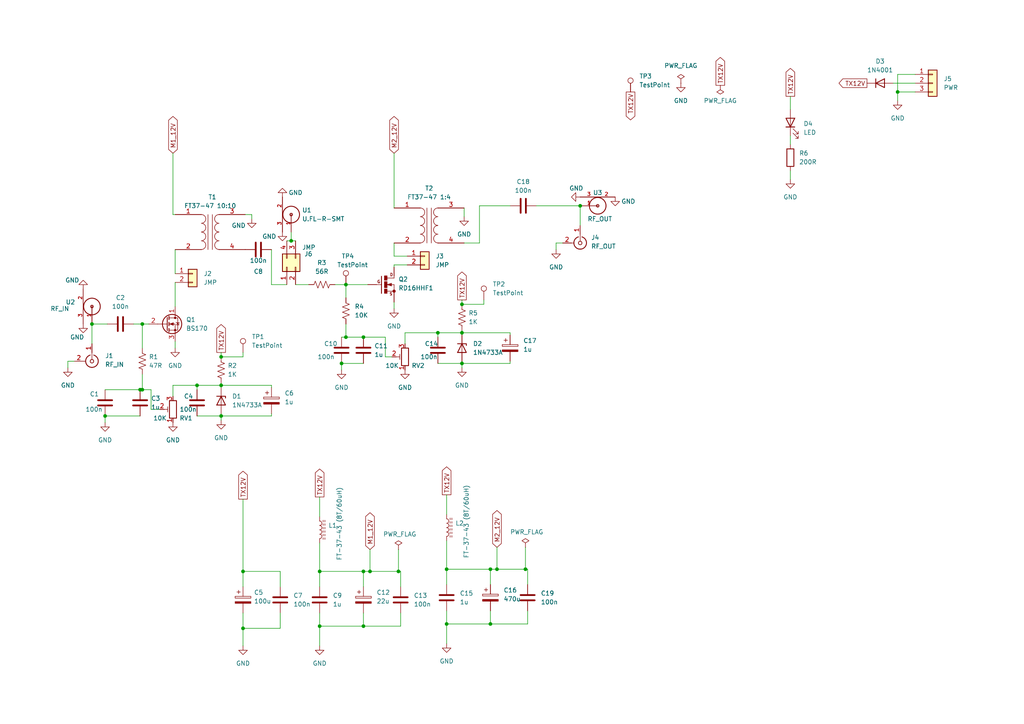
<source format=kicad_sch>
(kicad_sch (version 20211123) (generator eeschema)
  (paper "A4")
  (lib_symbols
    (symbol "Connector:Conn_Coaxial" (pin_names (offset 1.016) hide)
      (property "Reference" "J" (at 0.254 3.048 0))
      (property "Value" "Conn_Coaxial" (at 2.921 0 90))
      (symbol "Conn_Coaxial_0_1"
        (arc (start -1.778 -0.508) (mid 0.2311 -1.8066) (end 1.778 0) (stroke (width 0.254)))
        (polyline (pts (xy -2.54 0) (xy -0.508 0)))
        (polyline (pts (xy 0 -2.54) (xy 0 -1.778)))
        (circle (center 0 0) (radius 0.508) (stroke (width 0.2032)))
        (arc (start 1.778 0) (mid 0.2099 1.8101) (end -1.778 0.508) (stroke (width 0.254)))
      )
      (symbol "Conn_Coaxial_1_1"
        (pin passive line (at -5.08 0 0) (length 2.54) (name "In") (number "1"))
        (pin passive line (at 0 -5.08 90) (length 2.54) (name "Ext") (number "2"))
      )
    )
    (symbol "Connector:TestPoint" (pin_numbers hide) (pin_names (offset 0.762) hide)
      (property "Reference" "TP" (at 0 6.858 0))
      (property "Value" "TestPoint" (at 0 5.08 0))
      (symbol "TestPoint_0_1"
        (circle (center 0 3.302) (radius 0.762))
      )
      (symbol "TestPoint_1_1"
        (pin passive line (at 0 0 90) (length 2.54) (name "1") (number "1"))
      )
    )
    (symbol "Connector_Generic:Conn_01x02" (pin_names (offset 1.016) hide)
      (property "Reference" "J" (at 0 2.54 0))
      (property "Value" "Conn_01x02" (at 0 -5.08 0))
      (symbol "Conn_01x02_1_1"
        (rectangle (start -1.27 -2.413) (end 0 -2.667) (stroke (width 0.1524)))
        (rectangle (start -1.27 0.127) (end 0 -0.127) (stroke (width 0.1524)))
        (rectangle (start -1.27 1.27) (end 1.27 -3.81) (stroke (width 0.254)) (fill (type background)))
        (pin passive line (at -5.08 0 0) (length 3.81) (name "Pin_1") (number "1"))
        (pin passive line (at -5.08 -2.54 0) (length 3.81) (name "Pin_2") (number "2"))
      )
    )
    (symbol "Connector_Generic:Conn_01x03" (pin_names (offset 1.016) hide)
      (property "Reference" "J" (at 0 5.08 0))
      (property "Value" "Conn_01x03" (at 0 -5.08 0))
      (symbol "Conn_01x03_1_1"
        (rectangle (start -1.27 -2.413) (end 0 -2.667) (stroke (width 0.1524)))
        (rectangle (start -1.27 0.127) (end 0 -0.127) (stroke (width 0.1524)))
        (rectangle (start -1.27 2.667) (end 0 2.413) (stroke (width 0.1524)))
        (rectangle (start -1.27 3.81) (end 1.27 -3.81) (stroke (width 0.254)) (fill (type background)))
        (pin passive line (at -5.08 2.54 0) (length 3.81) (name "Pin_1") (number "1"))
        (pin passive line (at -5.08 0 0) (length 3.81) (name "Pin_2") (number "2"))
        (pin passive line (at -5.08 -2.54 0) (length 3.81) (name "Pin_3") (number "3"))
      )
    )
    (symbol "Connector_Generic:Conn_02x02_Counter_Clockwise" (pin_names (offset 1.016) hide)
      (property "Reference" "J" (at 1.27 2.54 0))
      (property "Value" "Conn_02x02_Counter_Clockwise" (at 1.27 -5.08 0))
      (symbol "Conn_02x02_Counter_Clockwise_1_1"
        (rectangle (start -1.27 -2.413) (end 0 -2.667) (stroke (width 0.1524)))
        (rectangle (start -1.27 0.127) (end 0 -0.127) (stroke (width 0.1524)))
        (rectangle (start -1.27 1.27) (end 3.81 -3.81) (stroke (width 0.254)) (fill (type background)))
        (rectangle (start 3.81 -2.413) (end 2.54 -2.667) (stroke (width 0.1524)))
        (rectangle (start 3.81 0.127) (end 2.54 -0.127) (stroke (width 0.1524)))
        (pin passive line (at -5.08 0 0) (length 3.81) (name "Pin_1") (number "1"))
        (pin passive line (at -5.08 -2.54 0) (length 3.81) (name "Pin_2") (number "2"))
        (pin passive line (at 7.62 -2.54 180) (length 3.81) (name "Pin_3") (number "3"))
        (pin passive line (at 7.62 0 180) (length 3.81) (name "Pin_4") (number "4"))
      )
    )
    (symbol "Custom_RF:Generic Transfomer" (pin_names (offset 1.016) hide)
      (property "Reference" "T" (at 0 6.35 0))
      (property "Value" "Generic Transfomer" (at 0 -7.62 0))
      (symbol "Generic Transfomer_0_1"
        (arc (start -2.54 -5.0546) (mid -1.6599 -4.6901) (end -1.27 -3.81))
        (arc (start -2.54 -2.5146) (mid -1.6599 -2.1501) (end -1.27 -1.27))
        (arc (start -2.54 0.0254) (mid -1.6599 0.3899) (end -1.27 1.27))
        (arc (start -2.54 2.5654) (mid -1.6599 2.9299) (end -1.27 3.81))
        (arc (start -1.27 -3.81) (mid -1.642 -2.912) (end -2.54 -2.54))
        (arc (start -1.27 -1.27) (mid -1.642 -0.372) (end -2.54 0))
        (arc (start -1.27 1.27) (mid -1.642 2.168) (end -2.54 2.54))
        (arc (start -1.27 3.81) (mid -1.642 4.708) (end -2.54 5.08))
        (polyline (pts (xy -0.635 5.08) (xy -0.635 -5.08)))
        (polyline (pts (xy 0.635 -5.08) (xy 0.635 5.08)))
        (arc (start 1.2954 -1.27) (mid 1.6599 -2.1501) (end 2.54 -2.5146))
        (arc (start 1.2954 1.27) (mid 1.6599 0.3899) (end 2.54 0.0254))
        (arc (start 1.2954 3.81) (mid 1.6599 2.9299) (end 2.54 2.5654))
        (arc (start 1.3208 -3.81) (mid 1.6853 -4.6901) (end 2.5654 -5.0546))
        (arc (start 2.54 0) (mid 1.642 -0.372) (end 1.2954 -1.27))
        (arc (start 2.54 2.54) (mid 1.642 2.168) (end 1.2954 1.27))
        (arc (start 2.54 5.08) (mid 1.642 4.708) (end 1.2954 3.81))
        (arc (start 2.5654 -2.54) (mid 1.6674 -2.912) (end 1.3208 -3.81))
      )
      (symbol "Generic Transfomer_1_1"
        (pin passive line (at -10.16 5.08 0) (length 7.62) (name "AA") (number "1"))
        (pin passive line (at -10.16 -5.08 0) (length 7.62) (name "AB") (number "2"))
        (pin passive line (at 10.16 5.08 180) (length 7.62) (name "SB") (number "3"))
        (pin passive line (at 10.16 -5.08 180) (length 7.62) (name "SA") (number "4"))
      )
    )
    (symbol "Custom_RF:RD16HHF1" (pin_numbers hide) (pin_names (offset 1.016) hide)
      (property "Reference" "Q" (at 3.302 0.508 0))
      (property "Value" "RD16HHF1" (at 3.302 -0.508 0))
      (symbol "RD16HHF1_0_0"
        (rectangle (start -0.254 -2.54) (end 0.508 -1.27) (fill (type outline)))
        (rectangle (start -0.254 -0.889) (end 0.508 0.889) (fill (type outline)))
        (rectangle (start -0.254 1.27) (end 0.508 2.54) (fill (type outline)))
        (polyline (pts (xy -1.1176 0) (xy -2.54 0)) (stroke (width 0.1524)))
        (polyline (pts (xy -1.1176 0) (xy -1.1176 -2.54)) (stroke (width 0.254)))
        (polyline (pts (xy -1.1176 2.413) (xy -1.1176 0)) (stroke (width 0.254)))
        (polyline (pts (xy 0.508 -1.905) (xy 2.54 -1.905)) (stroke (width 0.1524)))
        (polyline (pts (xy 0.508 0) (xy 1.143 0)) (stroke (width 0.1524)))
        (polyline (pts (xy 0.508 0) (xy 1.778 0.381)) (stroke (width 0.1524)))
        (polyline (pts (xy 1.143 0) (xy 1.651 -0.127)) (stroke (width 0.3048)))
        (polyline (pts (xy 1.143 0) (xy 2.54 0)) (stroke (width 0.1524)))
        (polyline (pts (xy 1.651 0.127) (xy 1.143 0)) (stroke (width 0.3048)))
        (polyline (pts (xy 1.778 -0.381) (xy 0.508 0)) (stroke (width 0.1524)))
        (polyline (pts (xy 1.778 0.381) (xy 1.778 -0.381)) (stroke (width 0.1524)))
        (polyline (pts (xy 2.54 -1.905) (xy 2.54 -2.54)) (stroke (width 0.1524)))
        (polyline (pts (xy 2.54 0) (xy 2.54 -1.905)) (stroke (width 0.1524)))
        (polyline (pts (xy 2.54 1.905) (xy 0.5334 1.905)) (stroke (width 0.1524)))
        (polyline (pts (xy 2.54 2.54) (xy 2.54 1.905)) (stroke (width 0.1524)))
        (circle (center 2.54 -1.905) (radius 0.254) (stroke (width 0.4064)))
        (text "D" (at 1.27 2.413 0) (effects (font (size 0.8128 0.8128)) (justify left bottom)))
        (text "G" (at -2.413 0.381 0) (effects (font (size 0.8128 0.8128)) (justify left bottom)))
        (text "S" (at 1.143 -3.175 0) (effects (font (size 0.8128 0.8128)) (justify left bottom)))
        (pin passive line (at -5.08 0 0) (length 2.54) (name "~") (number "1"))
        (pin passive line (at 2.54 -5.08 90) (length 2.54) (name "~") (number "2"))
        (pin passive line (at 2.54 5.08 270) (length 2.54) (name "~") (number "3"))
      )
    )
    (symbol "Custom_RF:U.FL-R-SMT" (pin_names (offset 1.016))
      (property "Reference" "U" (at 0 0 0))
      (property "Value" "U.FL-R-SMT" (at 0 2.54 0))
      (symbol "U.FL-R-SMT_0_0"
        (circle (center 0 0) (radius 0.3592) (stroke (width 0.254)))
        (circle (center 0 0) (radius 2.413) (stroke (width 0.254)))
        (pin passive line (at 5.08 0 180) (length 5.08) (name "~") (number "1"))
        (pin power_in line (at -5.08 -2.54 0) (length 5.08) (name "~") (number "2"))
        (pin power_in line (at 5.08 -2.54 180) (length 5.08) (name "~") (number "3"))
      )
    )
    (symbol "Device:C" (pin_numbers hide) (pin_names (offset 0.254))
      (property "Reference" "C" (at 0.635 2.54 0))
      (property "Value" "C" (at 0.635 -2.54 0))
      (symbol "C_0_1"
        (polyline (pts (xy -2.032 -0.762) (xy 2.032 -0.762)) (stroke (width 0.508)))
        (polyline (pts (xy -2.032 0.762) (xy 2.032 0.762)) (stroke (width 0.508)))
      )
      (symbol "C_1_1"
        (pin passive line (at 0 3.81 270) (length 2.794) (name "~") (number "1"))
        (pin passive line (at 0 -3.81 90) (length 2.794) (name "~") (number "2"))
      )
    )
    (symbol "Device:C_Polarized" (pin_numbers hide) (pin_names (offset 0.254))
      (property "Reference" "C" (at 0.635 2.54 0))
      (property "Value" "C_Polarized" (at 0.635 -2.54 0))
      (symbol "C_Polarized_0_1"
        (rectangle (start -2.286 0.508) (end 2.286 1.016))
        (polyline (pts (xy -1.778 2.286) (xy -0.762 2.286)))
        (polyline (pts (xy -1.27 2.794) (xy -1.27 1.778)))
        (rectangle (start 2.286 -0.508) (end -2.286 -1.016) (fill (type outline)))
      )
      (symbol "C_Polarized_1_1"
        (pin passive line (at 0 3.81 270) (length 2.794) (name "~") (number "1"))
        (pin passive line (at 0 -3.81 90) (length 2.794) (name "~") (number "2"))
      )
    )
    (symbol "Device:LED" (pin_numbers hide) (pin_names (offset 1.016) hide)
      (property "Reference" "D" (at 0 2.54 0))
      (property "Value" "LED" (at 0 -2.54 0))
      (symbol "LED_0_1"
        (polyline (pts (xy -1.27 -1.27) (xy -1.27 1.27)) (stroke (width 0.254)))
        (polyline (pts (xy -1.27 0) (xy 1.27 0)))
        (polyline (pts (xy 1.27 -1.27) (xy 1.27 1.27) (xy -1.27 0) (xy 1.27 -1.27)) (stroke (width 0.254)))
        (polyline (pts (xy -3.048 -0.762) (xy -4.572 -2.286) (xy -3.81 -2.286) (xy -4.572 -2.286) (xy -4.572 -1.524)))
        (polyline (pts (xy -1.778 -0.762) (xy -3.302 -2.286) (xy -2.54 -2.286) (xy -3.302 -2.286) (xy -3.302 -1.524)))
      )
      (symbol "LED_1_1"
        (pin passive line (at -3.81 0 0) (length 2.54) (name "K") (number "1"))
        (pin passive line (at 3.81 0 180) (length 2.54) (name "A") (number "2"))
      )
    )
    (symbol "Device:L_Ferrite" (pin_numbers hide) (pin_names (offset 1.016) hide)
      (property "Reference" "L" (at -1.27 0 90))
      (property "Value" "L_Ferrite" (at 2.794 0 90))
      (symbol "L_Ferrite_0_1"
        (arc (start 0 -2.54) (mid 0.635 -1.905) (end 0 -1.27))
        (arc (start 0 -1.27) (mid 0.635 -0.635) (end 0 0))
        (polyline (pts (xy 1.016 -2.794) (xy 1.016 -2.286)))
        (polyline (pts (xy 1.016 -1.778) (xy 1.016 -1.27)))
        (polyline (pts (xy 1.016 -0.762) (xy 1.016 -0.254)))
        (polyline (pts (xy 1.016 0.254) (xy 1.016 0.762)))
        (polyline (pts (xy 1.016 1.27) (xy 1.016 1.778)))
        (polyline (pts (xy 1.016 2.286) (xy 1.016 2.794)))
        (polyline (pts (xy 1.524 -2.286) (xy 1.524 -2.794)))
        (polyline (pts (xy 1.524 -1.27) (xy 1.524 -1.778)))
        (polyline (pts (xy 1.524 -0.254) (xy 1.524 -0.762)))
        (polyline (pts (xy 1.524 0.762) (xy 1.524 0.254)))
        (polyline (pts (xy 1.524 1.778) (xy 1.524 1.27)))
        (polyline (pts (xy 1.524 2.794) (xy 1.524 2.286)))
        (arc (start 0 0) (mid 0.635 0.635) (end 0 1.27))
        (arc (start 0 1.27) (mid 0.635 1.905) (end 0 2.54))
      )
      (symbol "L_Ferrite_1_1"
        (pin passive line (at 0 3.81 270) (length 1.27) (name "1") (number "1"))
        (pin passive line (at 0 -3.81 90) (length 1.27) (name "2") (number "2"))
      )
    )
    (symbol "Device:R" (pin_numbers hide) (pin_names (offset 0))
      (property "Reference" "R" (at 2.032 0 90))
      (property "Value" "R" (at 0 0 90))
      (symbol "R_0_1"
        (rectangle (start -1.016 -2.54) (end 1.016 2.54) (stroke (width 0.254)))
      )
      (symbol "R_1_1"
        (pin passive line (at 0 3.81 270) (length 1.27) (name "~") (number "1"))
        (pin passive line (at 0 -3.81 90) (length 1.27) (name "~") (number "2"))
      )
    )
    (symbol "Device:R_Potentiometer_Trim" (pin_names (offset 1.016) hide)
      (property "Reference" "RV" (at -4.445 0 90))
      (property "Value" "R_Potentiometer_Trim" (at -2.54 0 90))
      (symbol "R_Potentiometer_Trim_0_1"
        (polyline (pts (xy 1.524 0.762) (xy 1.524 -0.762)))
        (polyline (pts (xy 2.54 0) (xy 1.524 0)))
        (rectangle (start 1.016 2.54) (end -1.016 -2.54) (stroke (width 0.254)))
      )
      (symbol "R_Potentiometer_Trim_1_1"
        (pin passive line (at 0 3.81 270) (length 1.27) (name "1") (number "1"))
        (pin passive line (at 3.81 0 180) (length 1.27) (name "2") (number "2"))
        (pin passive line (at 0 -3.81 90) (length 1.27) (name "3") (number "3"))
      )
    )
    (symbol "Device:R_US" (pin_numbers hide) (pin_names (offset 0))
      (property "Reference" "R" (at 2.54 0 90))
      (property "Value" "R_US" (at -2.54 0 90))
      (symbol "R_US_0_1"
        (polyline (pts (xy 0 -2.286) (xy 0 -2.54)))
        (polyline (pts (xy 0 2.286) (xy 0 2.54)))
        (polyline (pts (xy 0 -0.762) (xy 1.016 -1.143) (xy 0 -1.524) (xy -1.016 -1.905) (xy 0 -2.286)))
        (polyline (pts (xy 0 0.762) (xy 1.016 0.381) (xy 0 0) (xy -1.016 -0.381) (xy 0 -0.762)))
        (polyline (pts (xy 0 2.286) (xy 1.016 1.905) (xy 0 1.524) (xy -1.016 1.143) (xy 0 0.762)))
      )
      (symbol "R_US_1_1"
        (pin passive line (at 0 3.81 270) (length 1.27) (name "~") (number "1"))
        (pin passive line (at 0 -3.81 90) (length 1.27) (name "~") (number "2"))
      )
    )
    (symbol "Diode:1N4001" (pin_numbers hide) (pin_names (offset 1.016) hide)
      (property "Reference" "D" (at 0 2.54 0))
      (property "Value" "1N4001" (at 0 -2.54 0))
      (symbol "1N4001_0_1"
        (polyline (pts (xy -1.27 1.27) (xy -1.27 -1.27)) (stroke (width 0.254)))
        (polyline (pts (xy 1.27 0) (xy -1.27 0)))
        (polyline (pts (xy 1.27 1.27) (xy 1.27 -1.27) (xy -1.27 0) (xy 1.27 1.27)) (stroke (width 0.254)))
      )
      (symbol "1N4001_1_1"
        (pin passive line (at -3.81 0 0) (length 2.54) (name "K") (number "1"))
        (pin passive line (at 3.81 0 180) (length 2.54) (name "A") (number "2"))
      )
    )
    (symbol "Diode:1N47xxA" (pin_numbers hide) (pin_names hide)
      (property "Reference" "D" (at 0 2.54 0))
      (property "Value" "1N47xxA" (at 0 -2.54 0))
      (symbol "1N47xxA_0_1"
        (polyline (pts (xy 1.27 0) (xy -1.27 0)))
        (polyline (pts (xy -1.27 -1.27) (xy -1.27 1.27) (xy -0.762 1.27)) (stroke (width 0.254)))
        (polyline (pts (xy 1.27 -1.27) (xy 1.27 1.27) (xy -1.27 0) (xy 1.27 -1.27)) (stroke (width 0.254)))
      )
      (symbol "1N47xxA_1_1"
        (pin passive line (at -3.81 0 0) (length 2.54) (name "K") (number "1"))
        (pin passive line (at 3.81 0 180) (length 2.54) (name "A") (number "2"))
      )
    )
    (symbol "Transistor_FET:BS170" (pin_names hide)
      (property "Reference" "Q" (at 5.08 1.905 0))
      (property "Value" "BS170" (at 5.08 0 0))
      (symbol "BS170_0_1"
        (polyline (pts (xy 0.254 0) (xy -2.54 0)))
        (polyline (pts (xy 0.254 1.905) (xy 0.254 -1.905)) (stroke (width 0.254)))
        (polyline (pts (xy 0.762 -1.27) (xy 0.762 -2.286)) (stroke (width 0.254)))
        (polyline (pts (xy 0.762 0.508) (xy 0.762 -0.508)) (stroke (width 0.254)))
        (polyline (pts (xy 0.762 2.286) (xy 0.762 1.27)) (stroke (width 0.254)))
        (polyline (pts (xy 2.54 2.54) (xy 2.54 1.778)))
        (polyline (pts (xy 2.54 -2.54) (xy 2.54 0) (xy 0.762 0)))
        (polyline (pts (xy 0.762 -1.778) (xy 3.302 -1.778) (xy 3.302 1.778) (xy 0.762 1.778)))
        (polyline (pts (xy 1.016 0) (xy 2.032 0.381) (xy 2.032 -0.381) (xy 1.016 0)) (fill (type outline)))
        (polyline (pts (xy 2.794 0.508) (xy 2.921 0.381) (xy 3.683 0.381) (xy 3.81 0.254)))
        (polyline (pts (xy 3.302 0.381) (xy 2.921 -0.254) (xy 3.683 -0.254) (xy 3.302 0.381)))
        (circle (center 1.651 0) (radius 2.794) (stroke (width 0.254)))
        (circle (center 2.54 -1.778) (radius 0.254) (fill (type outline)))
        (circle (center 2.54 1.778) (radius 0.254) (fill (type outline)))
      )
      (symbol "BS170_1_1"
        (pin passive line (at 2.54 5.08 270) (length 2.54) (name "D") (number "1"))
        (pin input line (at -5.08 0 0) (length 2.54) (name "G") (number "2"))
        (pin passive line (at 2.54 -5.08 90) (length 2.54) (name "S") (number "3"))
      )
    )
    (symbol "power:GND" (power) (pin_names (offset 0))
      (property "Value" "GND" (at 0 -3.81 0))
      (symbol "GND_0_1"
        (polyline (pts (xy 0 0) (xy 0 -1.27) (xy 1.27 -1.27) (xy 0 -2.54) (xy -1.27 -1.27) (xy 0 -1.27)))
      )
      (symbol "GND_1_1"
        (pin power_in line (at 0 0 270) (length 0) hide (name "GND") (number "1"))
      )
    )
    (symbol "power:PWR_FLAG" (power) (pin_numbers hide) (pin_names (offset 0) hide)
      (property "Value" "PWR_FLAG" (at 0 3.81 0))
      (symbol "PWR_FLAG_0_0"
        (pin power_out line (at 0 0 90) (length 0) (name "pwr") (number "1"))
      )
      (symbol "PWR_FLAG_0_1"
        (polyline (pts (xy 0 0) (xy 0 1.27) (xy -1.016 1.905) (xy 0 2.54) (xy 1.016 1.905) (xy 0 1.27)))
      )
    )
  )
  (junction (at 92.71 181.61))
  (junction (at 70.485 165.735))
  (junction (at 92.71 165.735))
  (junction (at 105.41 97.79))
  (junction (at 41.275 113.03))
  (junction (at 84.455 69.85))
  (junction (at 70.485 182.245))
  (junction (at 26.67 93.98))
  (junction (at 133.985 96.52))
  (junction (at 115.57 165.735))
  (junction (at 57.15 111.76))
  (junction (at 40.64 113.03))
  (junction (at 127 96.52))
  (junction (at 133.985 88.265))
  (junction (at 64.135 120.65))
  (junction (at 100.33 82.55))
  (junction (at 129.54 180.975))
  (junction (at 30.48 120.65))
  (junction (at 100.33 97.79))
  (junction (at 99.06 105.41))
  (junction (at 133.985 105.41))
  (junction (at 105.41 181.61))
  (junction (at 142.24 180.975))
  (junction (at 152.4 165.1))
  (junction (at 142.24 165.1))
  (junction (at 260.35 26.67))
  (junction (at 107.315 165.735))
  (junction (at 64.135 111.76))
  (junction (at 105.41 165.735))
  (junction (at 144.145 165.1))
  (junction (at 129.54 165.1))
  (junction (at 64.135 103.505))
  (junction (at 168.275 59.69))
  (junction (at 41.275 93.98))
  (wire (pts (xy 152.4 165.1) (xy 153.035 165.1)))
  (wire (pts (xy 127 96.52) (xy 127 97.79)))
  (wire (pts (xy 92.71 165.735) (xy 92.71 170.18)))
  (wire (pts (xy 118.11 76.835) (xy 114.3 76.835)))
  (wire (pts (xy 140.335 86.995) (xy 140.335 88.265)))
  (wire (pts (xy 70.485 165.735) (xy 81.28 165.735)))
  (wire (pts (xy 155.575 59.69) (xy 168.275 59.69)))
  (wire (pts (xy 113.665 103.505) (xy 111.76 103.505)))
  (wire (pts (xy 92.71 165.735) (xy 105.41 165.735)))
  (wire (pts (xy 84.455 69.85) (xy 85.725 69.85)))
  (wire (pts (xy 38.735 93.98) (xy 41.275 93.98)))
  (wire (pts (xy 229.235 49.53) (xy 229.235 52.07)))
  (wire (pts (xy 99.06 107.315) (xy 99.06 105.41)))
  (wire (pts (xy 161.29 70.485) (xy 161.29 72.39)))
  (wire (pts (xy 41.275 93.98) (xy 43.18 93.98)))
  (wire (pts (xy 43.815 113.03) (xy 41.275 113.03)))
  (wire (pts (xy 127 96.52) (xy 133.985 96.52)))
  (wire (pts (xy 64.135 120.015) (xy 64.135 120.65)))
  (wire (pts (xy 129.54 177.165) (xy 129.54 180.975)))
  (wire (pts (xy 70.485 144.78) (xy 70.485 165.735)))
  (wire (pts (xy 133.985 104.775) (xy 133.985 105.41)))
  (wire (pts (xy 70.485 177.8) (xy 70.485 182.245)))
  (wire (pts (xy 129.54 165.1) (xy 142.24 165.1)))
  (wire (pts (xy 134.62 62.865) (xy 134.62 60.325)))
  (wire (pts (xy 114.3 74.295) (xy 114.3 70.485)))
  (wire (pts (xy 99.06 97.79) (xy 100.33 97.79)))
  (wire (pts (xy 92.71 177.8) (xy 92.71 181.61)))
  (wire (pts (xy 229.235 27.94) (xy 229.235 31.75)))
  (wire (pts (xy 92.71 181.61) (xy 105.41 181.61)))
  (wire (pts (xy 129.54 165.1) (xy 129.54 169.545)))
  (wire (pts (xy 147.955 105.41) (xy 147.955 104.775)))
  (wire (pts (xy 30.48 113.03) (xy 40.64 113.03)))
  (wire (pts (xy 78.74 111.76) (xy 78.74 112.395)))
  (wire (pts (xy 81.28 165.735) (xy 81.28 170.18)))
  (wire (pts (xy 71.12 62.23) (xy 73.025 62.23)))
  (wire (pts (xy 129.54 143.51) (xy 129.54 149.225)))
  (wire (pts (xy 64.135 121.92) (xy 64.135 120.65)))
  (wire (pts (xy 83.185 69.85) (xy 84.455 69.85)))
  (wire (pts (xy 147.955 96.52) (xy 147.955 97.155)))
  (wire (pts (xy 73.025 62.23) (xy 73.025 63.5)))
  (wire (pts (xy 30.48 120.65) (xy 40.64 120.65)))
  (wire (pts (xy 107.315 165.735) (xy 115.57 165.735)))
  (wire (pts (xy 41.275 113.03) (xy 40.64 113.03)))
  (wire (pts (xy 114.3 44.45) (xy 114.3 60.325)))
  (wire (pts (xy 144.145 158.75) (xy 144.145 165.1)))
  (wire (pts (xy 260.35 21.59) (xy 260.35 26.67)))
  (wire (pts (xy 100.33 86.36) (xy 100.33 82.55)))
  (wire (pts (xy 50.165 44.45) (xy 50.165 62.23)))
  (wire (pts (xy 19.685 104.775) (xy 19.685 106.68)))
  (wire (pts (xy 100.33 97.79) (xy 105.41 97.79)))
  (wire (pts (xy 70.485 165.735) (xy 70.485 170.18)))
  (wire (pts (xy 142.24 177.165) (xy 142.24 180.975)))
  (wire (pts (xy 153.035 180.975) (xy 153.035 177.165)))
  (wire (pts (xy 57.15 111.76) (xy 64.135 111.76)))
  (wire (pts (xy 41.275 108.585) (xy 41.275 113.03)))
  (wire (pts (xy 106.68 82.55) (xy 100.33 82.55)))
  (wire (pts (xy 265.43 21.59) (xy 260.35 21.59)))
  (wire (pts (xy 70.485 182.245) (xy 70.485 187.325)))
  (wire (pts (xy 129.54 180.975) (xy 142.24 180.975)))
  (wire (pts (xy 70.485 102.235) (xy 70.485 103.505)))
  (wire (pts (xy 114.3 87.63) (xy 114.3 89.535)))
  (wire (pts (xy 133.985 86.995) (xy 133.985 88.265)))
  (wire (pts (xy 105.41 177.8) (xy 105.41 181.61)))
  (wire (pts (xy 115.57 165.735) (xy 116.205 165.735)))
  (wire (pts (xy 26.67 93.98) (xy 31.115 93.98)))
  (wire (pts (xy 64.135 111.76) (xy 64.135 111.125)))
  (wire (pts (xy 64.135 111.76) (xy 78.74 111.76)))
  (wire (pts (xy 50.165 62.23) (xy 50.8 62.23)))
  (wire (pts (xy 260.35 26.67) (xy 260.35 29.21)))
  (wire (pts (xy 129.54 156.845) (xy 129.54 165.1)))
  (wire (pts (xy 260.35 26.67) (xy 265.43 26.67)))
  (wire (pts (xy 105.41 165.735) (xy 107.315 165.735)))
  (wire (pts (xy 117.475 96.52) (xy 127 96.52)))
  (wire (pts (xy 57.15 111.76) (xy 57.15 113.03)))
  (wire (pts (xy 84.455 67.31) (xy 84.455 69.85)))
  (wire (pts (xy 64.135 103.505) (xy 70.485 103.505)))
  (wire (pts (xy 50.8 81.915) (xy 50.8 88.9)))
  (wire (pts (xy 133.985 106.68) (xy 133.985 105.41)))
  (wire (pts (xy 116.205 181.61) (xy 116.205 177.8)))
  (wire (pts (xy 100.33 82.55) (xy 97.155 82.55)))
  (wire (pts (xy 50.165 111.76) (xy 57.15 111.76)))
  (wire (pts (xy 168.275 59.69) (xy 168.275 65.405)))
  (wire (pts (xy 133.985 96.52) (xy 147.955 96.52)))
  (wire (pts (xy 70.485 182.245) (xy 81.28 182.245)))
  (wire (pts (xy 78.74 120.65) (xy 78.74 120.015)))
  (wire (pts (xy 133.985 97.155) (xy 133.985 96.52)))
  (wire (pts (xy 21.59 104.775) (xy 19.685 104.775)))
  (wire (pts (xy 64.135 120.65) (xy 78.74 120.65)))
  (wire (pts (xy 229.235 39.37) (xy 229.235 41.91)))
  (wire (pts (xy 46.355 118.745) (xy 43.815 118.745)))
  (wire (pts (xy 153.035 165.1) (xy 153.035 169.545)))
  (wire (pts (xy 116.205 165.735) (xy 116.205 170.18)))
  (wire (pts (xy 111.76 97.79) (xy 105.41 97.79)))
  (wire (pts (xy 78.74 82.55) (xy 83.185 82.55)))
  (wire (pts (xy 43.815 118.745) (xy 43.815 113.03)))
  (wire (pts (xy 140.335 88.265) (xy 133.985 88.265)))
  (wire (pts (xy 92.71 181.61) (xy 92.71 187.325)))
  (wire (pts (xy 92.71 157.48) (xy 92.71 165.735)))
  (wire (pts (xy 118.11 74.295) (xy 114.3 74.295)))
  (wire (pts (xy 64.135 102.235) (xy 64.135 103.505)))
  (wire (pts (xy 85.725 82.55) (xy 89.535 82.55)))
  (wire (pts (xy 117.475 96.52) (xy 117.475 99.695)))
  (wire (pts (xy 134.62 70.485) (xy 139.065 70.485)))
  (wire (pts (xy 133.985 96.52) (xy 133.985 95.885)))
  (wire (pts (xy 163.195 70.485) (xy 161.29 70.485)))
  (wire (pts (xy 152.4 158.75) (xy 152.4 165.1)))
  (wire (pts (xy 105.41 181.61) (xy 116.205 181.61)))
  (wire (pts (xy 50.8 72.39) (xy 50.8 79.375)))
  (wire (pts (xy 30.48 122.555) (xy 30.48 120.65)))
  (wire (pts (xy 133.985 105.41) (xy 147.955 105.41)))
  (wire (pts (xy 129.54 180.975) (xy 129.54 186.69)))
  (wire (pts (xy 50.8 99.06) (xy 50.8 100.965)))
  (wire (pts (xy 114.3 76.835) (xy 114.3 77.47)))
  (wire (pts (xy 64.135 112.395) (xy 64.135 111.76)))
  (wire (pts (xy 142.24 165.1) (xy 144.145 165.1)))
  (wire (pts (xy 142.24 165.1) (xy 142.24 169.545)))
  (wire (pts (xy 100.33 93.98) (xy 100.33 97.79)))
  (wire (pts (xy 64.135 120.65) (xy 57.15 120.65)))
  (wire (pts (xy 133.985 105.41) (xy 127 105.41)))
  (wire (pts (xy 115.57 159.385) (xy 115.57 165.735)))
  (wire (pts (xy 81.28 182.245) (xy 81.28 177.8)))
  (wire (pts (xy 107.315 159.385) (xy 107.315 165.735)))
  (wire (pts (xy 26.67 93.98) (xy 26.67 99.695)))
  (wire (pts (xy 78.74 72.39) (xy 78.74 82.55)))
  (wire (pts (xy 92.71 144.145) (xy 92.71 149.86)))
  (wire (pts (xy 147.955 59.69) (xy 139.065 59.69)))
  (wire (pts (xy 142.24 180.975) (xy 153.035 180.975)))
  (wire (pts (xy 50.165 111.76) (xy 50.165 114.935)))
  (wire (pts (xy 105.41 165.735) (xy 105.41 170.18)))
  (wire (pts (xy 41.275 93.98) (xy 41.275 100.965)))
  (wire (pts (xy 144.145 165.1) (xy 152.4 165.1)))
  (wire (pts (xy 139.065 59.69) (xy 139.065 70.485)))
  (wire (pts (xy 259.08 24.13) (xy 265.43 24.13)))
  (wire (pts (xy 99.06 105.41) (xy 105.41 105.41)))
  (wire (pts (xy 111.76 103.505) (xy 111.76 97.79)))
  (global_label "M1_12V" (shape bidirectional) (at 107.315 159.385 90) (property "Intersheet References" "${INTERSHEET_REFS}" (effects hide)))
  (global_label "M2_12V" (shape bidirectional) (at 144.145 158.75 90) (property "Intersheet References" "${INTERSHEET_REFS}" (effects hide)))
  (global_label "TX12V" (shape output) (at 251.46 24.13 180) (property "Intersheet References" "${INTERSHEET_REFS}" (effects hide)))
  (global_label "M1_12V" (shape bidirectional) (at 50.165 44.45 90) (property "Intersheet References" "${INTERSHEET_REFS}" (effects hide)))
  (global_label "TX12V" (shape output) (at 64.135 102.235 90) (property "Intersheet References" "${INTERSHEET_REFS}" (effects hide)))
  (global_label "TX12V" (shape output) (at 92.71 144.145 90) (property "Intersheet References" "${INTERSHEET_REFS}" (effects hide)))
  (global_label "TX12V" (shape output) (at 182.88 26.67 270) (property "Intersheet References" "${INTERSHEET_REFS}" (effects hide)))
  (global_label "TX12V" (shape output) (at 133.985 86.995 90) (property "Intersheet References" "${INTERSHEET_REFS}" (effects hide)))
  (global_label "TX12V" (shape output) (at 129.54 143.51 90) (property "Intersheet References" "${INTERSHEET_REFS}" (effects hide)))
  (global_label "TX12V" (shape output) (at 70.485 144.78 90) (property "Intersheet References" "${INTERSHEET_REFS}" (effects hide)))
  (global_label "M2_12V" (shape bidirectional) (at 114.3 44.45 90) (property "Intersheet References" "${INTERSHEET_REFS}" (effects hide)))
  (global_label "TX12V" (shape output) (at 208.915 24.765 90) (property "Intersheet References" "${INTERSHEET_REFS}" (effects hide)))
  (global_label "TX12V" (shape output) (at 229.235 27.94 90) (property "Intersheet References" "${INTERSHEET_REFS}" (effects hide)))
  (symbol (lib_id "Connector_Generic:Conn_01x02") (at 55.88 79.375 0) (unit 1)
    (property "Reference" "J2" (at 59.055 79.3749 0) (effects (justify left)))
    (property "Value" "JMP" (at 59.055 81.9149 0) (effects (justify left)))
    (property "Footprint" "Connector_PinHeader_2.54mm:PinHeader_1x02_P2.54mm_Vertical" (effects hide))
  )
  (symbol (lib_id "Device:L_Ferrite") (at 92.71 153.67 0) (unit 1)
    (property "Reference" "L1" (at 95.25 152.3999 0) (effects (justify left)))
    (property "Value" "FT-37-43 (8T/60uH)" (at 98.425 162.56 90) (effects (justify left)))
    (property "Footprint" "Inductor_THT:L_Toroid_Horizontal_D9.5mm_P15.00mm_Diameter10-5mm_Amidon-T37" (effects hide))
  )
  (symbol (lib_id "Diode:1N47xxA") (at 64.135 116.205 270) (unit 1)
    (property "Reference" "D1" (at 67.31 114.9349 90) (effects (justify left)))
    (property "Value" "1N4733A" (at 67.31 117.4749 90) (effects (justify left)))
    (property "Footprint" "Diode_THT:D_DO-41_SOD81_P10.16mm_Horizontal" (effects hide))
    (property "Datasheet" "https://www.vishay.com/docs/85816/1n4728a.pdf" (effects hide))
  )
  (symbol (lib_id "Device:C") (at 129.54 173.355 0) (unit 1)
    (property "Reference" "C15" (at 133.35 172.0849 0) (effects (justify left)))
    (property "Value" "1u" (at 133.35 174.6249 0) (effects (justify left)))
    (property "Footprint" "Capacitor_SMD:C_1206_3216Metric" (effects hide))
  )
  (symbol (lib_id "power:PWR_FLAG") (at 115.57 159.385 0) (unit 1)
    (property "Reference" "#FLG01" (effects hide))
    (property "Value" "PWR_FLAG" (at 111.125 154.94 0) (effects (justify left)))
  )
  (symbol (lib_id "power:PWR_FLAG") (at 208.915 24.765 180) (unit 1)
    (property "Reference" "#FLG04" (effects hide))
    (property "Value" "PWR_FLAG" (at 208.915 29.21 0))
  )
  (symbol (lib_id "power:GND") (at 161.29 72.39 0) (unit 1)
    (property "Reference" "#PWR015" (effects hide))
    (property "Value" "GND" (at 161.29 77.47 0))
  )
  (symbol (lib_id "Custom_RF:U.FL-R-SMT") (at 26.67 88.9 270) (unit 1)
    (property "Reference" "U2" (at 19.05 87.63 90) (effects (justify left)))
    (property "Value" "RF_IN" (at 14.605 89.535 90) (effects (justify left)))
    (property "Footprint" "U.FL-R-SMT" (effects hide))
  )
  (symbol (lib_id "Device:C") (at 92.71 173.99 0) (unit 1)
    (property "Reference" "C9" (at 96.52 172.7199 0) (effects (justify left)))
    (property "Value" "1u" (at 96.52 175.2599 0) (effects (justify left)))
    (property "Footprint" "Capacitor_SMD:C_1206_3216Metric" (effects hide))
  )
  (symbol (lib_id "Device:R_US") (at 64.135 107.315 0) (unit 1)
    (property "Reference" "R2" (at 66.04 106.0449 0) (effects (justify left)))
    (property "Value" "1K" (at 66.04 108.5849 0) (effects (justify left)))
    (property "Footprint" "Resistor_SMD:R_1206_3216Metric" (effects hide))
  )
  (symbol (lib_id "Device:R_Potentiometer_Trim") (at 117.475 103.505 180) (unit 1)
    (property "Reference" "RV2" (at 119.38 106.045 0) (effects (justify right)))
    (property "Value" "10K" (at 111.76 106.045 0) (effects (justify right)))
    (property "Footprint" "Potentiometer_THT:Potentiometer_Bourns_3296W_Vertical" (effects hide))
  )
  (symbol (lib_id "Device:C") (at 30.48 116.84 0) (unit 1)
    (property "Reference" "C1" (at 26.035 114.3 0) (effects (justify left)))
    (property "Value" "100n" (at 24.765 118.745 0) (effects (justify left)))
    (property "Footprint" "Capacitor_SMD:C_1206_3216Metric" (effects hide))
  )
  (symbol (lib_id "power:GND") (at 260.35 29.21 0) (unit 1)
    (property "Reference" "#PWR017" (effects hide))
    (property "Value" "GND" (at 260.35 34.29 0))
  )
  (symbol (lib_id "power:GND") (at 24.13 93.98 0) (unit 1)
    (property "Reference" "#PWR022" (effects hide))
    (property "Value" "GND" (at 20.32 97.79 0) (effects (justify left)))
  )
  (symbol (lib_id "Device:R_US") (at 100.33 90.17 180) (unit 1)
    (property "Reference" "R4" (at 102.87 88.8999 0) (effects (justify right)))
    (property "Value" "10K" (at 102.87 91.4399 0) (effects (justify right)))
    (property "Footprint" "Resistor_SMD:R_1206_3216Metric" (effects hide))
  )
  (symbol (lib_id "power:GND") (at 24.13 83.82 180) (unit 1)
    (property "Reference" "#PWR021" (effects hide))
    (property "Value" "GND" (at 20.955 81.28 0))
  )
  (symbol (lib_id "Connector_Generic:Conn_02x02_Counter_Clockwise") (at 83.185 77.47 90) (unit 1)
    (property "Reference" "J6" (at 88.265 73.66 90) (effects (justify right)))
    (property "Value" "JMP" (at 87.63 71.755 90) (effects (justify right)))
    (property "Footprint" "Connector_PinHeader_2.54mm:PinHeader_2x02_P2.54mm_Vertical" (effects hide))
  )
  (symbol (lib_id "power:GND") (at 197.485 24.13 0) (unit 1)
    (property "Reference" "#PWR016" (effects hide))
    (property "Value" "GND" (at 197.485 29.21 0))
  )
  (symbol (lib_id "Device:C") (at 151.765 59.69 90) (unit 1)
    (property "Reference" "C18" (at 151.765 52.705 90))
    (property "Value" "100n" (at 151.765 55.245 90))
    (property "Footprint" "Capacitor_SMD:C_1206_3216Metric" (effects hide))
  )
  (symbol (lib_id "Custom_RF:U.FL-R-SMT") (at 84.455 62.23 270) (unit 1)
    (property "Reference" "U1" (at 87.63 60.9599 90) (effects (justify left)))
    (property "Value" "U.FL-R-SMT" (at 87.63 63.4999 90) (effects (justify left)))
    (property "Footprint" "U.FL-R-SMT" (effects hide))
  )
  (symbol (lib_id "Device:C_Polarized") (at 147.955 100.965 0) (unit 1)
    (property "Reference" "C17" (at 151.765 98.8059 0) (effects (justify left)))
    (property "Value" "1u" (at 151.765 101.3459 0) (effects (justify left)))
    (property "Footprint" "Capacitor_THT:CP_Radial_D8.0mm_P2.50mm" (effects hide))
  )
  (symbol (lib_id "Device:C") (at 57.15 116.84 0) (unit 1)
    (property "Reference" "C4" (at 53.34 114.935 0) (effects (justify left)))
    (property "Value" "100n" (at 52.07 118.745 0) (effects (justify left)))
    (property "Footprint" "Capacitor_SMD:C_1206_3216Metric" (effects hide))
  )
  (symbol (lib_id "power:GND") (at 229.235 52.07 0) (unit 1)
    (property "Reference" "#PWR018" (effects hide))
    (property "Value" "GND" (at 229.235 57.15 0))
  )
  (symbol (lib_id "power:GND") (at 81.915 67.31 0) (unit 1)
    (property "Reference" "#PWR020" (effects hide))
    (property "Value" "GND" (at 78.105 68.58 0))
  )
  (symbol (lib_id "Device:C") (at 81.28 173.99 0) (unit 1)
    (property "Reference" "C7" (at 85.09 172.7199 0) (effects (justify left)))
    (property "Value" "100n" (at 85.09 175.2599 0) (effects (justify left)))
    (property "Footprint" "Capacitor_SMD:C_1206_3216Metric" (effects hide))
  )
  (symbol (lib_id "Device:C_Polarized") (at 70.485 173.99 0) (unit 1)
    (property "Reference" "C5" (at 73.66 171.8309 0) (effects (justify left)))
    (property "Value" "100u" (at 73.66 174.3709 0) (effects (justify left)))
    (property "Footprint" "Capacitor_THT:CP_Radial_D8.0mm_P2.50mm" (effects hide))
  )
  (symbol (lib_id "Device:R") (at 229.235 45.72 0) (unit 1)
    (property "Reference" "R6" (at 231.775 44.4499 0) (effects (justify left)))
    (property "Value" "200R" (at 231.775 46.9899 0) (effects (justify left)))
    (property "Footprint" "Resistor_SMD:R_1206_3216Metric" (effects hide))
  )
  (symbol (lib_id "power:GND") (at 99.06 107.315 0) (unit 1)
    (property "Reference" "#PWR09" (effects hide))
    (property "Value" "GND" (at 99.06 112.395 0))
  )
  (symbol (lib_id "Connector:TestPoint") (at 70.485 102.235 0) (unit 1)
    (property "Reference" "TP1" (at 73.025 97.6629 0) (effects (justify left)))
    (property "Value" "TestPoint" (at 73.025 100.2029 0) (effects (justify left)))
    (property "Footprint" "Connector_Pin:Pin_D0.7mm_L6.5mm_W1.8mm_FlatFork" (effects hide))
  )
  (symbol (lib_id "Custom_RF:RD16HHF1") (at 111.76 82.55 0) (unit 1)
    (property "Reference" "Q2" (at 115.57 81.0066 0) (effects (justify left)))
    (property "Value" "RD16HHF1" (at 115.57 83.5466 0) (effects (justify left)))
    (property "Footprint" "Custom_RF:TO-220-3" (effects hide))
  )
  (symbol (lib_id "Connector:TestPoint") (at 182.88 26.67 0) (unit 1)
    (property "Reference" "TP3" (at 185.42 22.0979 0) (effects (justify left)))
    (property "Value" "TestPoint" (at 185.42 24.6379 0) (effects (justify left)))
    (property "Footprint" "Connector_Pin:Pin_D0.7mm_L6.5mm_W1.8mm_FlatFork" (effects hide))
  )
  (symbol (lib_id "Custom_RF:U.FL-R-SMT") (at 173.355 59.69 180) (unit 1)
    (property "Reference" "U3" (at 173.355 55.88 0))
    (property "Value" "RF_OUT" (at 173.99 63.5 0))
    (property "Footprint" "U.FL-R-SMT" (effects hide))
  )
  (symbol (lib_id "Device:C") (at 105.41 101.6 0) (unit 1)
    (property "Reference" "C11" (at 108.585 100.3299 0) (effects (justify left)))
    (property "Value" "1u" (at 108.585 102.8699 0) (effects (justify left)))
    (property "Footprint" "Capacitor_SMD:C_1206_3216Metric" (effects hide))
  )
  (symbol (lib_id "Connector:Conn_Coaxial") (at 26.67 104.775 270) (unit 1)
    (property "Reference" "J1" (at 30.48 103.1874 90) (effects (justify left)))
    (property "Value" "RF_IN" (at 30.48 105.7274 90) (effects (justify left)))
    (property "Footprint" "Connector_Coaxial:SMA_Amphenol_901-144_Vertical" (effects hide))
    (property "Datasheet" " ~" (effects hide))
  )
  (symbol (lib_id "Connector_Generic:Conn_01x03") (at 270.51 24.13 0) (unit 1)
    (property "Reference" "J5" (at 273.685 22.8599 0) (effects (justify left)))
    (property "Value" "PWR" (at 273.685 25.3999 0) (effects (justify left)))
    (property "Footprint" "Connector_PinHeader_2.54mm:PinHeader_1x03_P2.54mm_Vertical" (effects hide))
  )
  (symbol (lib_id "power:GND") (at 64.135 121.92 0) (unit 1)
    (property "Reference" "#PWR05" (effects hide))
    (property "Value" "GND" (at 64.135 127 0))
  )
  (symbol (lib_id "power:GND") (at 134.62 62.865 0) (unit 1)
    (property "Reference" "#PWR014" (effects hide))
    (property "Value" "GND" (at 134.62 67.945 0))
  )
  (symbol (lib_id "Connector_Generic:Conn_01x02") (at 123.19 74.295 0) (unit 1)
    (property "Reference" "J3" (at 126.365 74.2949 0) (effects (justify left)))
    (property "Value" "JMP" (at 126.365 76.8349 0) (effects (justify left)))
    (property "Footprint" "Connector_PinHeader_2.54mm:PinHeader_1x02_P2.54mm_Vertical" (effects hide))
  )
  (symbol (lib_id "power:GND") (at 168.275 57.15 270) (unit 1)
    (property "Reference" "#PWR023" (effects hide))
    (property "Value" "GND" (at 165.1 54.61 90) (effects (justify left)))
  )
  (symbol (lib_id "power:GND") (at 81.915 57.15 180) (unit 1)
    (property "Reference" "#PWR019" (effects hide))
    (property "Value" "GND" (at 85.725 55.88 0))
  )
  (symbol (lib_id "power:GND") (at 117.475 107.315 0) (unit 1)
    (property "Reference" "#PWR011" (effects hide))
    (property "Value" "GND" (at 117.475 112.395 0))
  )
  (symbol (lib_id "Connector:TestPoint") (at 100.33 82.55 0) (unit 1)
    (property "Reference" "TP4" (at 99.06 74.295 0) (effects (justify left)))
    (property "Value" "TestPoint" (at 97.79 76.835 0) (effects (justify left)))
    (property "Footprint" "Connector_Pin:Pin_D0.7mm_L6.5mm_W1.8mm_FlatFork" (effects hide))
  )
  (symbol (lib_id "Device:C") (at 116.205 173.99 0) (unit 1)
    (property "Reference" "C13" (at 120.015 172.7199 0) (effects (justify left)))
    (property "Value" "100n" (at 120.015 175.2599 0) (effects (justify left)))
    (property "Footprint" "Capacitor_SMD:C_1206_3216Metric" (effects hide))
  )
  (symbol (lib_id "Custom_RF:Generic Transfomer") (at 60.96 67.31 0) (unit 1)
    (property "Reference" "T1" (at 61.595 57.15 0))
    (property "Value" "FT37-47 10:10" (at 60.9727 59.69 0))
    (property "Footprint" "Transformer_THT:Transformer_Toroid_Horizontal_D10.5mm_Amidon-T37" (effects hide))
  )
  (symbol (lib_id "power:PWR_FLAG") (at 197.485 24.13 0) (unit 1)
    (property "Reference" "#FLG03" (effects hide))
    (property "Value" "PWR_FLAG" (at 197.485 19.05 0))
  )
  (symbol (lib_id "Device:C") (at 74.93 72.39 90) (unit 1)
    (property "Reference" "C8" (at 74.93 78.74 90))
    (property "Value" "100n" (at 74.93 75.565 90))
    (property "Footprint" "Capacitor_SMD:C_1206_3216Metric" (effects hide))
  )
  (symbol (lib_id "Custom_RF:Generic Transfomer") (at 124.46 65.405 0) (unit 1)
    (property "Reference" "T2" (at 124.4727 54.61 0))
    (property "Value" "FT37-47 1:4" (at 124.4727 57.15 0))
    (property "Footprint" "Transformer_THT:Transformer_Toroid_Horizontal_D10.5mm_Amidon-T37" (effects hide))
  )
  (symbol (lib_id "Device:R_Potentiometer_Trim") (at 50.165 118.745 180) (unit 1)
    (property "Reference" "RV1" (at 52.07 121.285 0) (effects (justify right)))
    (property "Value" "10K" (at 44.45 121.285 0) (effects (justify right)))
    (property "Footprint" "Potentiometer_THT:Potentiometer_Bourns_3296W_Vertical" (effects hide))
  )
  (symbol (lib_id "Device:C") (at 153.035 173.355 0) (unit 1)
    (property "Reference" "C19" (at 156.845 172.0849 0) (effects (justify left)))
    (property "Value" "100n" (at 156.845 174.6249 0) (effects (justify left)))
    (property "Footprint" "Capacitor_SMD:C_1206_3216Metric" (effects hide))
  )
  (symbol (lib_id "Transistor_FET:BS170") (at 48.26 93.98 0) (unit 1)
    (property "Reference" "Q1" (at 53.975 92.7099 0) (effects (justify left)))
    (property "Value" "BS170" (at 53.975 95.2499 0) (effects (justify left)))
    (property "Footprint" "Package_TO_SOT_THT:TO-92_Inline" (effects hide))
    (property "Datasheet" "https://www.onsemi.com/pub/Collateral/BS170-D.PDF" (effects hide))
  )
  (symbol (lib_id "power:GND") (at 92.71 187.325 0) (unit 1)
    (property "Reference" "#PWR08" (effects hide))
    (property "Value" "GND" (at 92.71 192.405 0))
  )
  (symbol (lib_id "Device:C") (at 34.925 93.98 90) (unit 1)
    (property "Reference" "C2" (at 34.925 86.36 90))
    (property "Value" "100n" (at 34.925 88.9 90))
    (property "Footprint" "Capacitor_SMD:C_1206_3216Metric" (effects hide))
  )
  (symbol (lib_id "Connector:Conn_Coaxial") (at 168.275 70.485 270) (unit 1)
    (property "Reference" "J4" (at 171.45 68.8974 90) (effects (justify left)))
    (property "Value" "RF_OUT" (at 171.45 71.4374 90) (effects (justify left)))
    (property "Footprint" "Connector_Coaxial:SMA_Amphenol_901-144_Vertical" (effects hide))
    (property "Datasheet" " ~" (effects hide))
  )
  (symbol (lib_id "power:GND") (at 73.025 63.5 0) (unit 1)
    (property "Reference" "#PWR07" (effects hide))
    (property "Value" "GND" (at 69.215 65.405 0))
  )
  (symbol (lib_id "power:GND") (at 50.8 100.965 0) (unit 1)
    (property "Reference" "#PWR04" (effects hide))
    (property "Value" "GND" (at 50.8 106.045 0))
  )
  (symbol (lib_id "Diode:1N47xxA") (at 133.985 100.965 270) (unit 1)
    (property "Reference" "D2" (at 137.16 99.6949 90) (effects (justify left)))
    (property "Value" "1N4733A" (at 137.16 102.2349 90) (effects (justify left)))
    (property "Footprint" "Diode_THT:D_DO-41_SOD81_P10.16mm_Horizontal" (effects hide))
    (property "Datasheet" "https://www.vishay.com/docs/85816/1n4728a.pdf" (effects hide))
  )
  (symbol (lib_id "Device:C_Polarized") (at 78.74 116.205 0) (unit 1)
    (property "Reference" "C6" (at 82.55 114.0459 0) (effects (justify left)))
    (property "Value" "1u" (at 82.55 116.5859 0) (effects (justify left)))
    (property "Footprint" "Capacitor_THT:CP_Radial_D8.0mm_P2.50mm" (effects hide))
  )
  (symbol (lib_id "power:GND") (at 30.48 122.555 0) (unit 1)
    (property "Reference" "#PWR02" (effects hide))
    (property "Value" "GND" (at 30.48 127.635 0))
  )
  (symbol (lib_id "Device:C_Polarized") (at 105.41 173.99 0) (unit 1)
    (property "Reference" "C12" (at 109.22 171.8309 0) (effects (justify left)))
    (property "Value" "22u" (at 109.22 174.3709 0) (effects (justify left)))
    (property "Footprint" "Capacitor_THT:CP_Radial_D8.0mm_P2.50mm" (effects hide))
  )
  (symbol (lib_id "Device:C") (at 40.64 116.84 0) (unit 1)
    (property "Reference" "C3" (at 43.815 115.5699 0) (effects (justify left)))
    (property "Value" "1u" (at 43.815 118.1099 0) (effects (justify left)))
    (property "Footprint" "Capacitor_SMD:C_1206_3216Metric" (effects hide))
  )
  (symbol (lib_id "Device:C") (at 127 101.6 0) (unit 1)
    (property "Reference" "C14" (at 123.19 99.695 0) (effects (justify left)))
    (property "Value" "100n" (at 121.92 103.505 0) (effects (justify left)))
    (property "Footprint" "Capacitor_SMD:C_1206_3216Metric" (effects hide))
  )
  (symbol (lib_id "Device:C") (at 99.06 101.6 0) (unit 1)
    (property "Reference" "C10" (at 93.98 99.695 0) (effects (justify left)))
    (property "Value" "100n" (at 92.075 103.505 0) (effects (justify left)))
    (property "Footprint" "Capacitor_SMD:C_1206_3216Metric" (effects hide))
  )
  (symbol (lib_id "power:GND") (at 70.485 187.325 0) (unit 1)
    (property "Reference" "#PWR06" (effects hide))
    (property "Value" "GND" (at 70.485 192.405 0))
  )
  (symbol (lib_id "power:GND") (at 178.435 57.15 0) (unit 1)
    (property "Reference" "#PWR024" (effects hide))
    (property "Value" "GND" (at 182.245 58.42 0))
  )
  (symbol (lib_id "power:GND") (at 114.3 89.535 0) (unit 1)
    (property "Reference" "#PWR010" (effects hide))
    (property "Value" "GND" (at 114.3 94.615 0))
  )
  (symbol (lib_id "Device:R_US") (at 41.275 104.775 180) (unit 1)
    (property "Reference" "R1" (at 43.18 103.5049 0) (effects (justify right)))
    (property "Value" "47R" (at 43.18 106.0449 0) (effects (justify right)))
    (property "Footprint" "Resistor_SMD:R_1206_3216Metric" (effects hide))
  )
  (symbol (lib_id "power:GND") (at 129.54 186.69 0) (unit 1)
    (property "Reference" "#PWR012" (effects hide))
    (property "Value" "GND" (at 129.54 191.77 0))
  )
  (symbol (lib_id "power:GND") (at 133.985 106.68 0) (unit 1)
    (property "Reference" "#PWR013" (effects hide))
    (property "Value" "GND" (at 133.985 111.76 0))
  )
  (symbol (lib_id "power:GND") (at 50.165 122.555 0) (unit 1)
    (property "Reference" "#PWR03" (effects hide))
    (property "Value" "GND" (at 50.165 127.635 0))
  )
  (symbol (lib_id "Device:LED") (at 229.235 35.56 90) (unit 1)
    (property "Reference" "D4" (at 233.045 35.8774 90) (effects (justify right)))
    (property "Value" "LED" (at 233.045 38.4174 90) (effects (justify right)))
    (property "Footprint" "LED_THT:LED_D3.0mm" (effects hide))
  )
  (symbol (lib_id "Connector:TestPoint") (at 140.335 86.995 0) (unit 1)
    (property "Reference" "TP2" (at 142.875 82.4229 0) (effects (justify left)))
    (property "Value" "TestPoint" (at 142.875 84.9629 0) (effects (justify left)))
    (property "Footprint" "Connector_Pin:Pin_D0.7mm_L6.5mm_W1.8mm_FlatFork" (effects hide))
  )
  (symbol (lib_id "Device:L_Ferrite") (at 129.54 153.035 0) (unit 1)
    (property "Reference" "L2" (at 132.08 151.7649 0) (effects (justify left)))
    (property "Value" "FT-37-43 (8T/60uH)" (at 135.255 161.925 90) (effects (justify left)))
    (property "Footprint" "Inductor_THT:L_Toroid_Horizontal_D9.5mm_P15.00mm_Diameter10-5mm_Amidon-T37" (effects hide))
  )
  (symbol (lib_id "Device:R_US") (at 93.345 82.55 270) (unit 1)
    (property "Reference" "R3" (at 93.345 76.2 90))
    (property "Value" "56R" (at 93.345 78.74 90))
    (property "Footprint" "Resistor_SMD:R_1206_3216Metric" (effects hide))
  )
  (symbol (lib_id "power:GND") (at 19.685 106.68 0) (unit 1)
    (property "Reference" "#PWR01" (effects hide))
    (property "Value" "GND" (at 19.685 111.76 0))
  )
  (symbol (lib_id "Device:R_US") (at 133.985 92.075 0) (unit 1)
    (property "Reference" "R5" (at 135.89 90.8049 0) (effects (justify left)))
    (property "Value" "1K" (at 135.89 93.3449 0) (effects (justify left)))
    (property "Footprint" "Resistor_SMD:R_1206_3216Metric" (effects hide))
  )
  (symbol (lib_id "Diode:1N4001") (at 255.27 24.13 0) (unit 1)
    (property "Reference" "D3" (at 255.27 17.78 0))
    (property "Value" "1N4001" (at 255.27 20.32 0))
    (property "Footprint" "Diode_THT:D_DO-41_SOD81_P10.16mm_Horizontal" (effects hide))
    (property "Datasheet" "http://www.vishay.com/docs/88503/1n4001.pdf" (effects hide))
  )
  (symbol (lib_id "Device:C_Polarized") (at 142.24 173.355 0) (unit 1)
    (property "Reference" "C16" (at 146.05 171.1959 0) (effects (justify left)))
    (property "Value" "470u" (at 146.05 173.7359 0) (effects (justify left)))
    (property "Footprint" "Capacitor_THT:CP_Radial_D8.0mm_P2.50mm" (effects hide))
  )
  (symbol (lib_id "power:PWR_FLAG") (at 152.4 158.75 0) (unit 1)
    (property "Reference" "#FLG02" (effects hide))
    (property "Value" "PWR_FLAG" (at 147.955 154.305 0) (effects (justify left)))
  )
)
</source>
